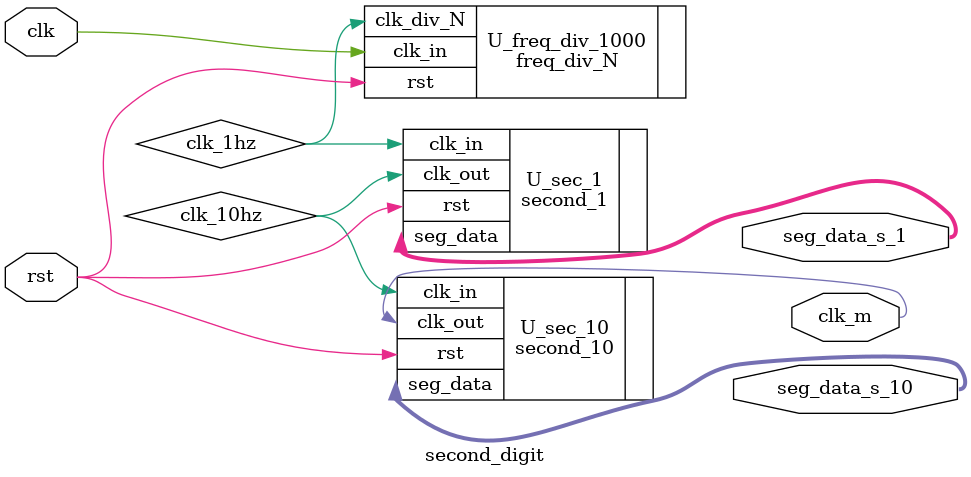
<source format=v>
module second_digit(clk, rst, clk_m, seg_data_s_1, seg_data_s_10);

  input		      clk, rst;
  output          clk_m;
  output [7:0]	seg_data_s_1, seg_data_s_10;

  wire clk_1hz, clk_10hz;
 
  freq_div_N #(1000) U_freq_div_1000 (.clk_in(clk), 
											     .rst(rst), 
											     .clk_div_N(clk_1hz));

  second_1 U_sec_1(.clk_in(clk_1hz), 
						 .rst(rst), 
						 .clk_out(clk_10hz), 
						 .seg_data(seg_data_s_1));
  
  second_10 U_sec_10(.clk_in(clk_10hz), 
						   .rst(rst), 
					   	.clk_out(clk_m), 
						   .seg_data(seg_data_s_10));


endmodule

</source>
